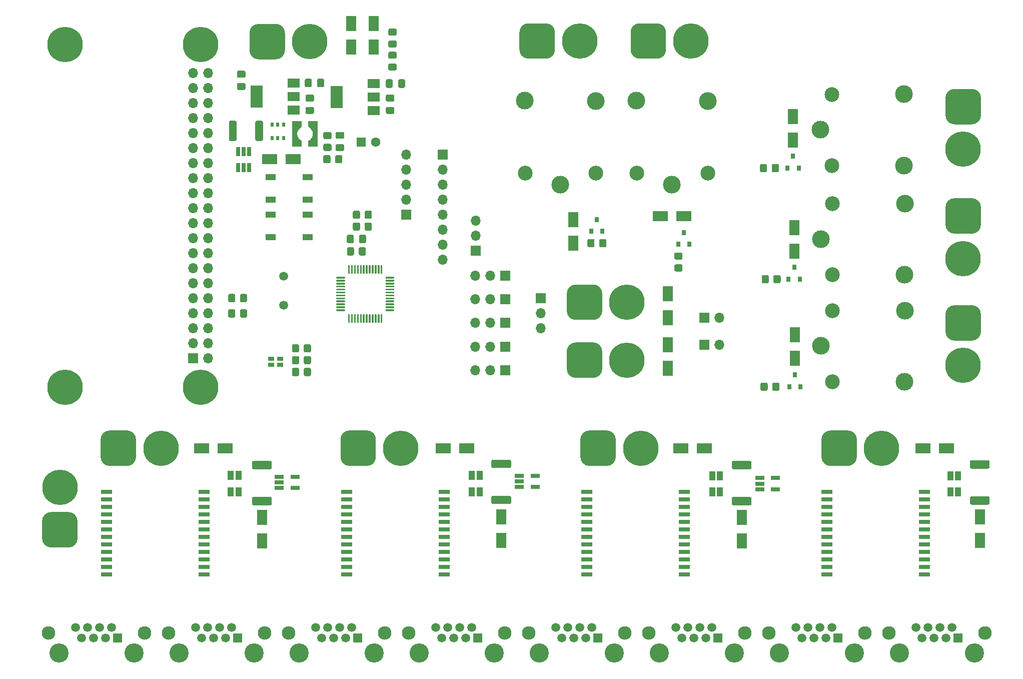
<source format=gbr>
%TF.GenerationSoftware,KiCad,Pcbnew,5.1.10*%
%TF.CreationDate,2021-11-10T11:01:34+01:00*%
%TF.ProjectId,Controller,436f6e74-726f-46c6-9c65-722e6b696361,rev?*%
%TF.SameCoordinates,Original*%
%TF.FileFunction,Soldermask,Top*%
%TF.FilePolarity,Negative*%
%FSLAX46Y46*%
G04 Gerber Fmt 4.6, Leading zero omitted, Abs format (unit mm)*
G04 Created by KiCad (PCBNEW 5.1.10) date 2021-11-10 11:01:34*
%MOMM*%
%LPD*%
G01*
G04 APERTURE LIST*
%ADD10O,1.700000X1.700000*%
%ADD11R,1.700000X1.700000*%
%ADD12C,6.000000*%
%ADD13R,1.560000X0.650000*%
%ADD14R,1.800000X2.500000*%
%ADD15R,2.500000X1.800000*%
%ADD16C,1.500000*%
%ADD17R,1.900000X0.760000*%
%ADD18R,2.000000X1.500000*%
%ADD19R,2.000000X3.800000*%
%ADD20R,0.650000X1.560000*%
%ADD21R,1.000000X0.800000*%
%ADD22R,1.700000X1.000000*%
%ADD23R,0.800000X0.900000*%
%ADD24R,0.510000X0.700000*%
%ADD25C,0.100000*%
%ADD26C,3.000000*%
%ADD27C,2.500000*%
%ADD28R,1.000000X1.500000*%
%ADD29C,2.300000*%
%ADD30C,3.250000*%
%ADD31R,1.500000X1.500000*%
%ADD32C,1.600000*%
%ADD33R,1.600000X1.600000*%
G04 APERTURE END LIST*
%TO.C,R23*%
G36*
G01*
X100700000Y-91550001D02*
X100700000Y-90649999D01*
G75*
G02*
X100949999Y-90400000I249999J0D01*
G01*
X101650001Y-90400000D01*
G75*
G02*
X101900000Y-90649999I0J-249999D01*
G01*
X101900000Y-91550001D01*
G75*
G02*
X101650001Y-91800000I-249999J0D01*
G01*
X100949999Y-91800000D01*
G75*
G02*
X100700000Y-91550001I0J249999D01*
G01*
G37*
G36*
G01*
X98700000Y-91550001D02*
X98700000Y-90649999D01*
G75*
G02*
X98949999Y-90400000I249999J0D01*
G01*
X99650001Y-90400000D01*
G75*
G02*
X99900000Y-90649999I0J-249999D01*
G01*
X99900000Y-91550001D01*
G75*
G02*
X99650001Y-91800000I-249999J0D01*
G01*
X98949999Y-91800000D01*
G75*
G02*
X98700000Y-91550001I0J249999D01*
G01*
G37*
%TD*%
%TO.C,R22*%
G36*
G01*
X100700000Y-88950001D02*
X100700000Y-88049999D01*
G75*
G02*
X100949999Y-87800000I249999J0D01*
G01*
X101650001Y-87800000D01*
G75*
G02*
X101900000Y-88049999I0J-249999D01*
G01*
X101900000Y-88950001D01*
G75*
G02*
X101650001Y-89200000I-249999J0D01*
G01*
X100949999Y-89200000D01*
G75*
G02*
X100700000Y-88950001I0J249999D01*
G01*
G37*
G36*
G01*
X98700000Y-88950001D02*
X98700000Y-88049999D01*
G75*
G02*
X98949999Y-87800000I249999J0D01*
G01*
X99650001Y-87800000D01*
G75*
G02*
X99900000Y-88049999I0J-249999D01*
G01*
X99900000Y-88950001D01*
G75*
G02*
X99650001Y-89200000I-249999J0D01*
G01*
X98949999Y-89200000D01*
G75*
G02*
X98700000Y-88950001I0J249999D01*
G01*
G37*
%TD*%
D10*
%TO.C,J18*%
X151600000Y-93580000D03*
X151600000Y-91040000D03*
D11*
X151600000Y-88500000D03*
%TD*%
D12*
%TO.C,J10*%
X94070000Y-45570000D03*
X71070000Y-103570000D03*
X71070000Y-45570000D03*
X94070000Y-103570000D03*
D10*
X95340000Y-50440000D03*
X92800000Y-50440000D03*
X95340000Y-68220000D03*
X92800000Y-68220000D03*
X95340000Y-73300000D03*
X92800000Y-73300000D03*
X95340000Y-63140000D03*
X92800000Y-63140000D03*
X95340000Y-91080000D03*
X92800000Y-91080000D03*
X95340000Y-60600000D03*
X92800000Y-60600000D03*
X95340000Y-78380000D03*
X92800000Y-78380000D03*
X95340000Y-55520000D03*
X92800000Y-55520000D03*
X95340000Y-58060000D03*
X92800000Y-58060000D03*
X95340000Y-52980000D03*
X92800000Y-52980000D03*
X95340000Y-75840000D03*
X92800000Y-75840000D03*
X95340000Y-88540000D03*
X92800000Y-88540000D03*
X95340000Y-83460000D03*
X92800000Y-83460000D03*
X95340000Y-65680000D03*
X92800000Y-65680000D03*
X95340000Y-86000000D03*
X92800000Y-86000000D03*
X95340000Y-70760000D03*
X92800000Y-70760000D03*
D11*
X92800000Y-98700000D03*
D10*
X95340000Y-98700000D03*
X92800000Y-93620000D03*
X95340000Y-96160000D03*
X95340000Y-80920000D03*
X92800000Y-80920000D03*
X92800000Y-96160000D03*
X95340000Y-93620000D03*
%TD*%
D13*
%TO.C,U8*%
X191350000Y-118950000D03*
X191350000Y-120850000D03*
X188650000Y-120850000D03*
X188650000Y-119900000D03*
X188650000Y-118950000D03*
%TD*%
%TO.C,U7*%
X150650000Y-118550000D03*
X150650000Y-120450000D03*
X147950000Y-120450000D03*
X147950000Y-119500000D03*
X147950000Y-118550000D03*
%TD*%
%TO.C,U6*%
X110050000Y-118750000D03*
X110050000Y-120650000D03*
X107350000Y-120650000D03*
X107350000Y-119700000D03*
X107350000Y-118750000D03*
%TD*%
D14*
%TO.C,D18*%
X157100000Y-75200000D03*
X157100000Y-79200000D03*
%TD*%
%TO.C,D17*%
X194300000Y-61800000D03*
X194300000Y-57800000D03*
%TD*%
%TO.C,D16*%
X194500000Y-80600000D03*
X194500000Y-76600000D03*
%TD*%
%TO.C,D15*%
X194600000Y-98700000D03*
X194600000Y-94700000D03*
%TD*%
D15*
%TO.C,D14*%
X175800000Y-74600000D03*
X171800000Y-74600000D03*
%TD*%
D16*
%TO.C,Y1*%
X108100000Y-89680000D03*
X108100000Y-84800000D03*
%TD*%
D17*
%TO.C,U13*%
X216535000Y-121285000D03*
X216535000Y-122555000D03*
X216535000Y-123825000D03*
X216535000Y-125095000D03*
X216535000Y-126365000D03*
X216535000Y-127635000D03*
X216535000Y-128905000D03*
X216535000Y-130175000D03*
X216535000Y-131445000D03*
X216535000Y-132715000D03*
X216535000Y-133985000D03*
X216535000Y-135255000D03*
X200025000Y-135255000D03*
X200025000Y-133985000D03*
X200025000Y-132715000D03*
X200025000Y-131445000D03*
X200025000Y-130175000D03*
X200025000Y-128905000D03*
X200025000Y-127635000D03*
X200025000Y-126365000D03*
X200025000Y-125095000D03*
X200025000Y-123825000D03*
X200025000Y-122555000D03*
X200025000Y-121285000D03*
%TD*%
%TO.C,U12*%
X175895000Y-121285000D03*
X175895000Y-122555000D03*
X175895000Y-123825000D03*
X175895000Y-125095000D03*
X175895000Y-126365000D03*
X175895000Y-127635000D03*
X175895000Y-128905000D03*
X175895000Y-130175000D03*
X175895000Y-131445000D03*
X175895000Y-132715000D03*
X175895000Y-133985000D03*
X175895000Y-135255000D03*
X159385000Y-135255000D03*
X159385000Y-133985000D03*
X159385000Y-132715000D03*
X159385000Y-131445000D03*
X159385000Y-130175000D03*
X159385000Y-128905000D03*
X159385000Y-127635000D03*
X159385000Y-126365000D03*
X159385000Y-125095000D03*
X159385000Y-123825000D03*
X159385000Y-122555000D03*
X159385000Y-121285000D03*
%TD*%
%TO.C,U11*%
X135255000Y-121285000D03*
X135255000Y-122555000D03*
X135255000Y-123825000D03*
X135255000Y-125095000D03*
X135255000Y-126365000D03*
X135255000Y-127635000D03*
X135255000Y-128905000D03*
X135255000Y-130175000D03*
X135255000Y-131445000D03*
X135255000Y-132715000D03*
X135255000Y-133985000D03*
X135255000Y-135255000D03*
X118745000Y-135255000D03*
X118745000Y-133985000D03*
X118745000Y-132715000D03*
X118745000Y-131445000D03*
X118745000Y-130175000D03*
X118745000Y-128905000D03*
X118745000Y-127635000D03*
X118745000Y-126365000D03*
X118745000Y-125095000D03*
X118745000Y-123825000D03*
X118745000Y-122555000D03*
X118745000Y-121285000D03*
%TD*%
%TO.C,U10*%
X94615000Y-121285000D03*
X94615000Y-122555000D03*
X94615000Y-123825000D03*
X94615000Y-125095000D03*
X94615000Y-126365000D03*
X94615000Y-127635000D03*
X94615000Y-128905000D03*
X94615000Y-130175000D03*
X94615000Y-131445000D03*
X94615000Y-132715000D03*
X94615000Y-133985000D03*
X94615000Y-135255000D03*
X78105000Y-135255000D03*
X78105000Y-133985000D03*
X78105000Y-132715000D03*
X78105000Y-131445000D03*
X78105000Y-130175000D03*
X78105000Y-128905000D03*
X78105000Y-127635000D03*
X78105000Y-126365000D03*
X78105000Y-125095000D03*
X78105000Y-123825000D03*
X78105000Y-122555000D03*
X78105000Y-121285000D03*
%TD*%
D18*
%TO.C,U5*%
X109800000Y-56700000D03*
X109800000Y-52100000D03*
X109800000Y-54400000D03*
D19*
X103500000Y-54400000D03*
%TD*%
D18*
%TO.C,U4*%
X123350000Y-56800000D03*
X123350000Y-52200000D03*
X123350000Y-54500000D03*
D19*
X117050000Y-54500000D03*
%TD*%
D20*
%TO.C,U3*%
X101300000Y-63750000D03*
X100350000Y-63750000D03*
X102250000Y-63750000D03*
X102250000Y-66450000D03*
X101300000Y-66450000D03*
X100350000Y-66450000D03*
%TD*%
%TO.C,U2*%
G36*
G01*
X119000000Y-84300000D02*
X119000000Y-82975000D01*
G75*
G02*
X119075000Y-82900000I75000J0D01*
G01*
X119225000Y-82900000D01*
G75*
G02*
X119300000Y-82975000I0J-75000D01*
G01*
X119300000Y-84300000D01*
G75*
G02*
X119225000Y-84375000I-75000J0D01*
G01*
X119075000Y-84375000D01*
G75*
G02*
X119000000Y-84300000I0J75000D01*
G01*
G37*
G36*
G01*
X119500000Y-84300000D02*
X119500000Y-82975000D01*
G75*
G02*
X119575000Y-82900000I75000J0D01*
G01*
X119725000Y-82900000D01*
G75*
G02*
X119800000Y-82975000I0J-75000D01*
G01*
X119800000Y-84300000D01*
G75*
G02*
X119725000Y-84375000I-75000J0D01*
G01*
X119575000Y-84375000D01*
G75*
G02*
X119500000Y-84300000I0J75000D01*
G01*
G37*
G36*
G01*
X120000000Y-84300000D02*
X120000000Y-82975000D01*
G75*
G02*
X120075000Y-82900000I75000J0D01*
G01*
X120225000Y-82900000D01*
G75*
G02*
X120300000Y-82975000I0J-75000D01*
G01*
X120300000Y-84300000D01*
G75*
G02*
X120225000Y-84375000I-75000J0D01*
G01*
X120075000Y-84375000D01*
G75*
G02*
X120000000Y-84300000I0J75000D01*
G01*
G37*
G36*
G01*
X120500000Y-84300000D02*
X120500000Y-82975000D01*
G75*
G02*
X120575000Y-82900000I75000J0D01*
G01*
X120725000Y-82900000D01*
G75*
G02*
X120800000Y-82975000I0J-75000D01*
G01*
X120800000Y-84300000D01*
G75*
G02*
X120725000Y-84375000I-75000J0D01*
G01*
X120575000Y-84375000D01*
G75*
G02*
X120500000Y-84300000I0J75000D01*
G01*
G37*
G36*
G01*
X121000000Y-84300000D02*
X121000000Y-82975000D01*
G75*
G02*
X121075000Y-82900000I75000J0D01*
G01*
X121225000Y-82900000D01*
G75*
G02*
X121300000Y-82975000I0J-75000D01*
G01*
X121300000Y-84300000D01*
G75*
G02*
X121225000Y-84375000I-75000J0D01*
G01*
X121075000Y-84375000D01*
G75*
G02*
X121000000Y-84300000I0J75000D01*
G01*
G37*
G36*
G01*
X121500000Y-84300000D02*
X121500000Y-82975000D01*
G75*
G02*
X121575000Y-82900000I75000J0D01*
G01*
X121725000Y-82900000D01*
G75*
G02*
X121800000Y-82975000I0J-75000D01*
G01*
X121800000Y-84300000D01*
G75*
G02*
X121725000Y-84375000I-75000J0D01*
G01*
X121575000Y-84375000D01*
G75*
G02*
X121500000Y-84300000I0J75000D01*
G01*
G37*
G36*
G01*
X122000000Y-84300000D02*
X122000000Y-82975000D01*
G75*
G02*
X122075000Y-82900000I75000J0D01*
G01*
X122225000Y-82900000D01*
G75*
G02*
X122300000Y-82975000I0J-75000D01*
G01*
X122300000Y-84300000D01*
G75*
G02*
X122225000Y-84375000I-75000J0D01*
G01*
X122075000Y-84375000D01*
G75*
G02*
X122000000Y-84300000I0J75000D01*
G01*
G37*
G36*
G01*
X122500000Y-84300000D02*
X122500000Y-82975000D01*
G75*
G02*
X122575000Y-82900000I75000J0D01*
G01*
X122725000Y-82900000D01*
G75*
G02*
X122800000Y-82975000I0J-75000D01*
G01*
X122800000Y-84300000D01*
G75*
G02*
X122725000Y-84375000I-75000J0D01*
G01*
X122575000Y-84375000D01*
G75*
G02*
X122500000Y-84300000I0J75000D01*
G01*
G37*
G36*
G01*
X123000000Y-84300000D02*
X123000000Y-82975000D01*
G75*
G02*
X123075000Y-82900000I75000J0D01*
G01*
X123225000Y-82900000D01*
G75*
G02*
X123300000Y-82975000I0J-75000D01*
G01*
X123300000Y-84300000D01*
G75*
G02*
X123225000Y-84375000I-75000J0D01*
G01*
X123075000Y-84375000D01*
G75*
G02*
X123000000Y-84300000I0J75000D01*
G01*
G37*
G36*
G01*
X123500000Y-84300000D02*
X123500000Y-82975000D01*
G75*
G02*
X123575000Y-82900000I75000J0D01*
G01*
X123725000Y-82900000D01*
G75*
G02*
X123800000Y-82975000I0J-75000D01*
G01*
X123800000Y-84300000D01*
G75*
G02*
X123725000Y-84375000I-75000J0D01*
G01*
X123575000Y-84375000D01*
G75*
G02*
X123500000Y-84300000I0J75000D01*
G01*
G37*
G36*
G01*
X124000000Y-84300000D02*
X124000000Y-82975000D01*
G75*
G02*
X124075000Y-82900000I75000J0D01*
G01*
X124225000Y-82900000D01*
G75*
G02*
X124300000Y-82975000I0J-75000D01*
G01*
X124300000Y-84300000D01*
G75*
G02*
X124225000Y-84375000I-75000J0D01*
G01*
X124075000Y-84375000D01*
G75*
G02*
X124000000Y-84300000I0J75000D01*
G01*
G37*
G36*
G01*
X124500000Y-84300000D02*
X124500000Y-82975000D01*
G75*
G02*
X124575000Y-82900000I75000J0D01*
G01*
X124725000Y-82900000D01*
G75*
G02*
X124800000Y-82975000I0J-75000D01*
G01*
X124800000Y-84300000D01*
G75*
G02*
X124725000Y-84375000I-75000J0D01*
G01*
X124575000Y-84375000D01*
G75*
G02*
X124500000Y-84300000I0J75000D01*
G01*
G37*
G36*
G01*
X125325000Y-85125000D02*
X125325000Y-84975000D01*
G75*
G02*
X125400000Y-84900000I75000J0D01*
G01*
X126725000Y-84900000D01*
G75*
G02*
X126800000Y-84975000I0J-75000D01*
G01*
X126800000Y-85125000D01*
G75*
G02*
X126725000Y-85200000I-75000J0D01*
G01*
X125400000Y-85200000D01*
G75*
G02*
X125325000Y-85125000I0J75000D01*
G01*
G37*
G36*
G01*
X125325000Y-85625000D02*
X125325000Y-85475000D01*
G75*
G02*
X125400000Y-85400000I75000J0D01*
G01*
X126725000Y-85400000D01*
G75*
G02*
X126800000Y-85475000I0J-75000D01*
G01*
X126800000Y-85625000D01*
G75*
G02*
X126725000Y-85700000I-75000J0D01*
G01*
X125400000Y-85700000D01*
G75*
G02*
X125325000Y-85625000I0J75000D01*
G01*
G37*
G36*
G01*
X125325000Y-86125000D02*
X125325000Y-85975000D01*
G75*
G02*
X125400000Y-85900000I75000J0D01*
G01*
X126725000Y-85900000D01*
G75*
G02*
X126800000Y-85975000I0J-75000D01*
G01*
X126800000Y-86125000D01*
G75*
G02*
X126725000Y-86200000I-75000J0D01*
G01*
X125400000Y-86200000D01*
G75*
G02*
X125325000Y-86125000I0J75000D01*
G01*
G37*
G36*
G01*
X125325000Y-86625000D02*
X125325000Y-86475000D01*
G75*
G02*
X125400000Y-86400000I75000J0D01*
G01*
X126725000Y-86400000D01*
G75*
G02*
X126800000Y-86475000I0J-75000D01*
G01*
X126800000Y-86625000D01*
G75*
G02*
X126725000Y-86700000I-75000J0D01*
G01*
X125400000Y-86700000D01*
G75*
G02*
X125325000Y-86625000I0J75000D01*
G01*
G37*
G36*
G01*
X125325000Y-87125000D02*
X125325000Y-86975000D01*
G75*
G02*
X125400000Y-86900000I75000J0D01*
G01*
X126725000Y-86900000D01*
G75*
G02*
X126800000Y-86975000I0J-75000D01*
G01*
X126800000Y-87125000D01*
G75*
G02*
X126725000Y-87200000I-75000J0D01*
G01*
X125400000Y-87200000D01*
G75*
G02*
X125325000Y-87125000I0J75000D01*
G01*
G37*
G36*
G01*
X125325000Y-87625000D02*
X125325000Y-87475000D01*
G75*
G02*
X125400000Y-87400000I75000J0D01*
G01*
X126725000Y-87400000D01*
G75*
G02*
X126800000Y-87475000I0J-75000D01*
G01*
X126800000Y-87625000D01*
G75*
G02*
X126725000Y-87700000I-75000J0D01*
G01*
X125400000Y-87700000D01*
G75*
G02*
X125325000Y-87625000I0J75000D01*
G01*
G37*
G36*
G01*
X125325000Y-88125000D02*
X125325000Y-87975000D01*
G75*
G02*
X125400000Y-87900000I75000J0D01*
G01*
X126725000Y-87900000D01*
G75*
G02*
X126800000Y-87975000I0J-75000D01*
G01*
X126800000Y-88125000D01*
G75*
G02*
X126725000Y-88200000I-75000J0D01*
G01*
X125400000Y-88200000D01*
G75*
G02*
X125325000Y-88125000I0J75000D01*
G01*
G37*
G36*
G01*
X125325000Y-88625000D02*
X125325000Y-88475000D01*
G75*
G02*
X125400000Y-88400000I75000J0D01*
G01*
X126725000Y-88400000D01*
G75*
G02*
X126800000Y-88475000I0J-75000D01*
G01*
X126800000Y-88625000D01*
G75*
G02*
X126725000Y-88700000I-75000J0D01*
G01*
X125400000Y-88700000D01*
G75*
G02*
X125325000Y-88625000I0J75000D01*
G01*
G37*
G36*
G01*
X125325000Y-89125000D02*
X125325000Y-88975000D01*
G75*
G02*
X125400000Y-88900000I75000J0D01*
G01*
X126725000Y-88900000D01*
G75*
G02*
X126800000Y-88975000I0J-75000D01*
G01*
X126800000Y-89125000D01*
G75*
G02*
X126725000Y-89200000I-75000J0D01*
G01*
X125400000Y-89200000D01*
G75*
G02*
X125325000Y-89125000I0J75000D01*
G01*
G37*
G36*
G01*
X125325000Y-89625000D02*
X125325000Y-89475000D01*
G75*
G02*
X125400000Y-89400000I75000J0D01*
G01*
X126725000Y-89400000D01*
G75*
G02*
X126800000Y-89475000I0J-75000D01*
G01*
X126800000Y-89625000D01*
G75*
G02*
X126725000Y-89700000I-75000J0D01*
G01*
X125400000Y-89700000D01*
G75*
G02*
X125325000Y-89625000I0J75000D01*
G01*
G37*
G36*
G01*
X125325000Y-90125000D02*
X125325000Y-89975000D01*
G75*
G02*
X125400000Y-89900000I75000J0D01*
G01*
X126725000Y-89900000D01*
G75*
G02*
X126800000Y-89975000I0J-75000D01*
G01*
X126800000Y-90125000D01*
G75*
G02*
X126725000Y-90200000I-75000J0D01*
G01*
X125400000Y-90200000D01*
G75*
G02*
X125325000Y-90125000I0J75000D01*
G01*
G37*
G36*
G01*
X125325000Y-90625000D02*
X125325000Y-90475000D01*
G75*
G02*
X125400000Y-90400000I75000J0D01*
G01*
X126725000Y-90400000D01*
G75*
G02*
X126800000Y-90475000I0J-75000D01*
G01*
X126800000Y-90625000D01*
G75*
G02*
X126725000Y-90700000I-75000J0D01*
G01*
X125400000Y-90700000D01*
G75*
G02*
X125325000Y-90625000I0J75000D01*
G01*
G37*
G36*
G01*
X124500000Y-92625000D02*
X124500000Y-91300000D01*
G75*
G02*
X124575000Y-91225000I75000J0D01*
G01*
X124725000Y-91225000D01*
G75*
G02*
X124800000Y-91300000I0J-75000D01*
G01*
X124800000Y-92625000D01*
G75*
G02*
X124725000Y-92700000I-75000J0D01*
G01*
X124575000Y-92700000D01*
G75*
G02*
X124500000Y-92625000I0J75000D01*
G01*
G37*
G36*
G01*
X124000000Y-92625000D02*
X124000000Y-91300000D01*
G75*
G02*
X124075000Y-91225000I75000J0D01*
G01*
X124225000Y-91225000D01*
G75*
G02*
X124300000Y-91300000I0J-75000D01*
G01*
X124300000Y-92625000D01*
G75*
G02*
X124225000Y-92700000I-75000J0D01*
G01*
X124075000Y-92700000D01*
G75*
G02*
X124000000Y-92625000I0J75000D01*
G01*
G37*
G36*
G01*
X123500000Y-92625000D02*
X123500000Y-91300000D01*
G75*
G02*
X123575000Y-91225000I75000J0D01*
G01*
X123725000Y-91225000D01*
G75*
G02*
X123800000Y-91300000I0J-75000D01*
G01*
X123800000Y-92625000D01*
G75*
G02*
X123725000Y-92700000I-75000J0D01*
G01*
X123575000Y-92700000D01*
G75*
G02*
X123500000Y-92625000I0J75000D01*
G01*
G37*
G36*
G01*
X123000000Y-92625000D02*
X123000000Y-91300000D01*
G75*
G02*
X123075000Y-91225000I75000J0D01*
G01*
X123225000Y-91225000D01*
G75*
G02*
X123300000Y-91300000I0J-75000D01*
G01*
X123300000Y-92625000D01*
G75*
G02*
X123225000Y-92700000I-75000J0D01*
G01*
X123075000Y-92700000D01*
G75*
G02*
X123000000Y-92625000I0J75000D01*
G01*
G37*
G36*
G01*
X122500000Y-92625000D02*
X122500000Y-91300000D01*
G75*
G02*
X122575000Y-91225000I75000J0D01*
G01*
X122725000Y-91225000D01*
G75*
G02*
X122800000Y-91300000I0J-75000D01*
G01*
X122800000Y-92625000D01*
G75*
G02*
X122725000Y-92700000I-75000J0D01*
G01*
X122575000Y-92700000D01*
G75*
G02*
X122500000Y-92625000I0J75000D01*
G01*
G37*
G36*
G01*
X122000000Y-92625000D02*
X122000000Y-91300000D01*
G75*
G02*
X122075000Y-91225000I75000J0D01*
G01*
X122225000Y-91225000D01*
G75*
G02*
X122300000Y-91300000I0J-75000D01*
G01*
X122300000Y-92625000D01*
G75*
G02*
X122225000Y-92700000I-75000J0D01*
G01*
X122075000Y-92700000D01*
G75*
G02*
X122000000Y-92625000I0J75000D01*
G01*
G37*
G36*
G01*
X121500000Y-92625000D02*
X121500000Y-91300000D01*
G75*
G02*
X121575000Y-91225000I75000J0D01*
G01*
X121725000Y-91225000D01*
G75*
G02*
X121800000Y-91300000I0J-75000D01*
G01*
X121800000Y-92625000D01*
G75*
G02*
X121725000Y-92700000I-75000J0D01*
G01*
X121575000Y-92700000D01*
G75*
G02*
X121500000Y-92625000I0J75000D01*
G01*
G37*
G36*
G01*
X121000000Y-92625000D02*
X121000000Y-91300000D01*
G75*
G02*
X121075000Y-91225000I75000J0D01*
G01*
X121225000Y-91225000D01*
G75*
G02*
X121300000Y-91300000I0J-75000D01*
G01*
X121300000Y-92625000D01*
G75*
G02*
X121225000Y-92700000I-75000J0D01*
G01*
X121075000Y-92700000D01*
G75*
G02*
X121000000Y-92625000I0J75000D01*
G01*
G37*
G36*
G01*
X120500000Y-92625000D02*
X120500000Y-91300000D01*
G75*
G02*
X120575000Y-91225000I75000J0D01*
G01*
X120725000Y-91225000D01*
G75*
G02*
X120800000Y-91300000I0J-75000D01*
G01*
X120800000Y-92625000D01*
G75*
G02*
X120725000Y-92700000I-75000J0D01*
G01*
X120575000Y-92700000D01*
G75*
G02*
X120500000Y-92625000I0J75000D01*
G01*
G37*
G36*
G01*
X120000000Y-92625000D02*
X120000000Y-91300000D01*
G75*
G02*
X120075000Y-91225000I75000J0D01*
G01*
X120225000Y-91225000D01*
G75*
G02*
X120300000Y-91300000I0J-75000D01*
G01*
X120300000Y-92625000D01*
G75*
G02*
X120225000Y-92700000I-75000J0D01*
G01*
X120075000Y-92700000D01*
G75*
G02*
X120000000Y-92625000I0J75000D01*
G01*
G37*
G36*
G01*
X119500000Y-92625000D02*
X119500000Y-91300000D01*
G75*
G02*
X119575000Y-91225000I75000J0D01*
G01*
X119725000Y-91225000D01*
G75*
G02*
X119800000Y-91300000I0J-75000D01*
G01*
X119800000Y-92625000D01*
G75*
G02*
X119725000Y-92700000I-75000J0D01*
G01*
X119575000Y-92700000D01*
G75*
G02*
X119500000Y-92625000I0J75000D01*
G01*
G37*
G36*
G01*
X119000000Y-92625000D02*
X119000000Y-91300000D01*
G75*
G02*
X119075000Y-91225000I75000J0D01*
G01*
X119225000Y-91225000D01*
G75*
G02*
X119300000Y-91300000I0J-75000D01*
G01*
X119300000Y-92625000D01*
G75*
G02*
X119225000Y-92700000I-75000J0D01*
G01*
X119075000Y-92700000D01*
G75*
G02*
X119000000Y-92625000I0J75000D01*
G01*
G37*
G36*
G01*
X117000000Y-90625000D02*
X117000000Y-90475000D01*
G75*
G02*
X117075000Y-90400000I75000J0D01*
G01*
X118400000Y-90400000D01*
G75*
G02*
X118475000Y-90475000I0J-75000D01*
G01*
X118475000Y-90625000D01*
G75*
G02*
X118400000Y-90700000I-75000J0D01*
G01*
X117075000Y-90700000D01*
G75*
G02*
X117000000Y-90625000I0J75000D01*
G01*
G37*
G36*
G01*
X117000000Y-90125000D02*
X117000000Y-89975000D01*
G75*
G02*
X117075000Y-89900000I75000J0D01*
G01*
X118400000Y-89900000D01*
G75*
G02*
X118475000Y-89975000I0J-75000D01*
G01*
X118475000Y-90125000D01*
G75*
G02*
X118400000Y-90200000I-75000J0D01*
G01*
X117075000Y-90200000D01*
G75*
G02*
X117000000Y-90125000I0J75000D01*
G01*
G37*
G36*
G01*
X117000000Y-89625000D02*
X117000000Y-89475000D01*
G75*
G02*
X117075000Y-89400000I75000J0D01*
G01*
X118400000Y-89400000D01*
G75*
G02*
X118475000Y-89475000I0J-75000D01*
G01*
X118475000Y-89625000D01*
G75*
G02*
X118400000Y-89700000I-75000J0D01*
G01*
X117075000Y-89700000D01*
G75*
G02*
X117000000Y-89625000I0J75000D01*
G01*
G37*
G36*
G01*
X117000000Y-89125000D02*
X117000000Y-88975000D01*
G75*
G02*
X117075000Y-88900000I75000J0D01*
G01*
X118400000Y-88900000D01*
G75*
G02*
X118475000Y-88975000I0J-75000D01*
G01*
X118475000Y-89125000D01*
G75*
G02*
X118400000Y-89200000I-75000J0D01*
G01*
X117075000Y-89200000D01*
G75*
G02*
X117000000Y-89125000I0J75000D01*
G01*
G37*
G36*
G01*
X117000000Y-88625000D02*
X117000000Y-88475000D01*
G75*
G02*
X117075000Y-88400000I75000J0D01*
G01*
X118400000Y-88400000D01*
G75*
G02*
X118475000Y-88475000I0J-75000D01*
G01*
X118475000Y-88625000D01*
G75*
G02*
X118400000Y-88700000I-75000J0D01*
G01*
X117075000Y-88700000D01*
G75*
G02*
X117000000Y-88625000I0J75000D01*
G01*
G37*
G36*
G01*
X117000000Y-88125000D02*
X117000000Y-87975000D01*
G75*
G02*
X117075000Y-87900000I75000J0D01*
G01*
X118400000Y-87900000D01*
G75*
G02*
X118475000Y-87975000I0J-75000D01*
G01*
X118475000Y-88125000D01*
G75*
G02*
X118400000Y-88200000I-75000J0D01*
G01*
X117075000Y-88200000D01*
G75*
G02*
X117000000Y-88125000I0J75000D01*
G01*
G37*
G36*
G01*
X117000000Y-87625000D02*
X117000000Y-87475000D01*
G75*
G02*
X117075000Y-87400000I75000J0D01*
G01*
X118400000Y-87400000D01*
G75*
G02*
X118475000Y-87475000I0J-75000D01*
G01*
X118475000Y-87625000D01*
G75*
G02*
X118400000Y-87700000I-75000J0D01*
G01*
X117075000Y-87700000D01*
G75*
G02*
X117000000Y-87625000I0J75000D01*
G01*
G37*
G36*
G01*
X117000000Y-87125000D02*
X117000000Y-86975000D01*
G75*
G02*
X117075000Y-86900000I75000J0D01*
G01*
X118400000Y-86900000D01*
G75*
G02*
X118475000Y-86975000I0J-75000D01*
G01*
X118475000Y-87125000D01*
G75*
G02*
X118400000Y-87200000I-75000J0D01*
G01*
X117075000Y-87200000D01*
G75*
G02*
X117000000Y-87125000I0J75000D01*
G01*
G37*
G36*
G01*
X117000000Y-86625000D02*
X117000000Y-86475000D01*
G75*
G02*
X117075000Y-86400000I75000J0D01*
G01*
X118400000Y-86400000D01*
G75*
G02*
X118475000Y-86475000I0J-75000D01*
G01*
X118475000Y-86625000D01*
G75*
G02*
X118400000Y-86700000I-75000J0D01*
G01*
X117075000Y-86700000D01*
G75*
G02*
X117000000Y-86625000I0J75000D01*
G01*
G37*
G36*
G01*
X117000000Y-86125000D02*
X117000000Y-85975000D01*
G75*
G02*
X117075000Y-85900000I75000J0D01*
G01*
X118400000Y-85900000D01*
G75*
G02*
X118475000Y-85975000I0J-75000D01*
G01*
X118475000Y-86125000D01*
G75*
G02*
X118400000Y-86200000I-75000J0D01*
G01*
X117075000Y-86200000D01*
G75*
G02*
X117000000Y-86125000I0J75000D01*
G01*
G37*
G36*
G01*
X117000000Y-85625000D02*
X117000000Y-85475000D01*
G75*
G02*
X117075000Y-85400000I75000J0D01*
G01*
X118400000Y-85400000D01*
G75*
G02*
X118475000Y-85475000I0J-75000D01*
G01*
X118475000Y-85625000D01*
G75*
G02*
X118400000Y-85700000I-75000J0D01*
G01*
X117075000Y-85700000D01*
G75*
G02*
X117000000Y-85625000I0J75000D01*
G01*
G37*
G36*
G01*
X117000000Y-85125000D02*
X117000000Y-84975000D01*
G75*
G02*
X117075000Y-84900000I75000J0D01*
G01*
X118400000Y-84900000D01*
G75*
G02*
X118475000Y-84975000I0J-75000D01*
G01*
X118475000Y-85125000D01*
G75*
G02*
X118400000Y-85200000I-75000J0D01*
G01*
X117075000Y-85200000D01*
G75*
G02*
X117000000Y-85125000I0J75000D01*
G01*
G37*
%TD*%
D21*
%TO.C,U1*%
X107450000Y-98740000D03*
X105950000Y-98740000D03*
X107450000Y-99740000D03*
X105950000Y-99740000D03*
%TD*%
D22*
%TO.C,SW2*%
X112150000Y-71800000D03*
X105850000Y-71800000D03*
X112150000Y-68000000D03*
X105850000Y-68000000D03*
%TD*%
%TO.C,SW1*%
X112150000Y-78200000D03*
X105850000Y-78200000D03*
X112150000Y-74400000D03*
X105850000Y-74400000D03*
%TD*%
%TO.C,R21*%
G36*
G01*
X121800000Y-76850001D02*
X121800000Y-75949999D01*
G75*
G02*
X122049999Y-75700000I249999J0D01*
G01*
X122750001Y-75700000D01*
G75*
G02*
X123000000Y-75949999I0J-249999D01*
G01*
X123000000Y-76850001D01*
G75*
G02*
X122750001Y-77100000I-249999J0D01*
G01*
X122049999Y-77100000D01*
G75*
G02*
X121800000Y-76850001I0J249999D01*
G01*
G37*
G36*
G01*
X119800000Y-76850001D02*
X119800000Y-75949999D01*
G75*
G02*
X120049999Y-75700000I249999J0D01*
G01*
X120750001Y-75700000D01*
G75*
G02*
X121000000Y-75949999I0J-249999D01*
G01*
X121000000Y-76850001D01*
G75*
G02*
X120750001Y-77100000I-249999J0D01*
G01*
X120049999Y-77100000D01*
G75*
G02*
X119800000Y-76850001I0J249999D01*
G01*
G37*
%TD*%
%TO.C,R20*%
G36*
G01*
X121800000Y-74850001D02*
X121800000Y-73949999D01*
G75*
G02*
X122049999Y-73700000I249999J0D01*
G01*
X122750001Y-73700000D01*
G75*
G02*
X123000000Y-73949999I0J-249999D01*
G01*
X123000000Y-74850001D01*
G75*
G02*
X122750001Y-75100000I-249999J0D01*
G01*
X122049999Y-75100000D01*
G75*
G02*
X121800000Y-74850001I0J249999D01*
G01*
G37*
G36*
G01*
X119800000Y-74850001D02*
X119800000Y-73949999D01*
G75*
G02*
X120049999Y-73700000I249999J0D01*
G01*
X120750001Y-73700000D01*
G75*
G02*
X121000000Y-73949999I0J-249999D01*
G01*
X121000000Y-74850001D01*
G75*
G02*
X120750001Y-75100000I-249999J0D01*
G01*
X120049999Y-75100000D01*
G75*
G02*
X119800000Y-74850001I0J249999D01*
G01*
G37*
%TD*%
%TO.C,R19*%
G36*
G01*
X161500000Y-79650001D02*
X161500000Y-78749999D01*
G75*
G02*
X161749999Y-78500000I249999J0D01*
G01*
X162450001Y-78500000D01*
G75*
G02*
X162700000Y-78749999I0J-249999D01*
G01*
X162700000Y-79650001D01*
G75*
G02*
X162450001Y-79900000I-249999J0D01*
G01*
X161749999Y-79900000D01*
G75*
G02*
X161500000Y-79650001I0J249999D01*
G01*
G37*
G36*
G01*
X159500000Y-79650001D02*
X159500000Y-78749999D01*
G75*
G02*
X159749999Y-78500000I249999J0D01*
G01*
X160450001Y-78500000D01*
G75*
G02*
X160700000Y-78749999I0J-249999D01*
G01*
X160700000Y-79650001D01*
G75*
G02*
X160450001Y-79900000I-249999J0D01*
G01*
X159749999Y-79900000D01*
G75*
G02*
X159500000Y-79650001I0J249999D01*
G01*
G37*
%TD*%
%TO.C,R18*%
G36*
G01*
X227325001Y-117350000D02*
X224474999Y-117350000D01*
G75*
G02*
X224225000Y-117100001I0J249999D01*
G01*
X224225000Y-116199999D01*
G75*
G02*
X224474999Y-115950000I249999J0D01*
G01*
X227325001Y-115950000D01*
G75*
G02*
X227575000Y-116199999I0J-249999D01*
G01*
X227575000Y-117100001D01*
G75*
G02*
X227325001Y-117350000I-249999J0D01*
G01*
G37*
G36*
G01*
X227325001Y-123450000D02*
X224474999Y-123450000D01*
G75*
G02*
X224225000Y-123200001I0J249999D01*
G01*
X224225000Y-122299999D01*
G75*
G02*
X224474999Y-122050000I249999J0D01*
G01*
X227325001Y-122050000D01*
G75*
G02*
X227575000Y-122299999I0J-249999D01*
G01*
X227575000Y-123200001D01*
G75*
G02*
X227325001Y-123450000I-249999J0D01*
G01*
G37*
%TD*%
%TO.C,R17*%
G36*
G01*
X187025001Y-117450000D02*
X184174999Y-117450000D01*
G75*
G02*
X183925000Y-117200001I0J249999D01*
G01*
X183925000Y-116299999D01*
G75*
G02*
X184174999Y-116050000I249999J0D01*
G01*
X187025001Y-116050000D01*
G75*
G02*
X187275000Y-116299999I0J-249999D01*
G01*
X187275000Y-117200001D01*
G75*
G02*
X187025001Y-117450000I-249999J0D01*
G01*
G37*
G36*
G01*
X187025001Y-123550000D02*
X184174999Y-123550000D01*
G75*
G02*
X183925000Y-123300001I0J249999D01*
G01*
X183925000Y-122399999D01*
G75*
G02*
X184174999Y-122150000I249999J0D01*
G01*
X187025001Y-122150000D01*
G75*
G02*
X187275000Y-122399999I0J-249999D01*
G01*
X187275000Y-123300001D01*
G75*
G02*
X187025001Y-123550000I-249999J0D01*
G01*
G37*
%TD*%
%TO.C,R16*%
G36*
G01*
X146325001Y-117250000D02*
X143474999Y-117250000D01*
G75*
G02*
X143225000Y-117000001I0J249999D01*
G01*
X143225000Y-116099999D01*
G75*
G02*
X143474999Y-115850000I249999J0D01*
G01*
X146325001Y-115850000D01*
G75*
G02*
X146575000Y-116099999I0J-249999D01*
G01*
X146575000Y-117000001D01*
G75*
G02*
X146325001Y-117250000I-249999J0D01*
G01*
G37*
G36*
G01*
X146325001Y-123350000D02*
X143474999Y-123350000D01*
G75*
G02*
X143225000Y-123100001I0J249999D01*
G01*
X143225000Y-122199999D01*
G75*
G02*
X143474999Y-121950000I249999J0D01*
G01*
X146325001Y-121950000D01*
G75*
G02*
X146575000Y-122199999I0J-249999D01*
G01*
X146575000Y-123100001D01*
G75*
G02*
X146325001Y-123350000I-249999J0D01*
G01*
G37*
%TD*%
%TO.C,R15*%
G36*
G01*
X105825001Y-117450000D02*
X102974999Y-117450000D01*
G75*
G02*
X102725000Y-117200001I0J249999D01*
G01*
X102725000Y-116299999D01*
G75*
G02*
X102974999Y-116050000I249999J0D01*
G01*
X105825001Y-116050000D01*
G75*
G02*
X106075000Y-116299999I0J-249999D01*
G01*
X106075000Y-117200001D01*
G75*
G02*
X105825001Y-117450000I-249999J0D01*
G01*
G37*
G36*
G01*
X105825001Y-123550000D02*
X102974999Y-123550000D01*
G75*
G02*
X102725000Y-123300001I0J249999D01*
G01*
X102725000Y-122399999D01*
G75*
G02*
X102974999Y-122150000I249999J0D01*
G01*
X105825001Y-122150000D01*
G75*
G02*
X106075000Y-122399999I0J-249999D01*
G01*
X106075000Y-123300001D01*
G75*
G02*
X105825001Y-123550000I-249999J0D01*
G01*
G37*
%TD*%
%TO.C,R14*%
G36*
G01*
X126950001Y-44100000D02*
X126049999Y-44100000D01*
G75*
G02*
X125800000Y-43850001I0J249999D01*
G01*
X125800000Y-43149999D01*
G75*
G02*
X126049999Y-42900000I249999J0D01*
G01*
X126950001Y-42900000D01*
G75*
G02*
X127200000Y-43149999I0J-249999D01*
G01*
X127200000Y-43850001D01*
G75*
G02*
X126950001Y-44100000I-249999J0D01*
G01*
G37*
G36*
G01*
X126950001Y-46100000D02*
X126049999Y-46100000D01*
G75*
G02*
X125800000Y-45850001I0J249999D01*
G01*
X125800000Y-45149999D01*
G75*
G02*
X126049999Y-44900000I249999J0D01*
G01*
X126950001Y-44900000D01*
G75*
G02*
X127200000Y-45149999I0J-249999D01*
G01*
X127200000Y-45850001D01*
G75*
G02*
X126950001Y-46100000I-249999J0D01*
G01*
G37*
%TD*%
%TO.C,R13*%
G36*
G01*
X126950001Y-48000000D02*
X126049999Y-48000000D01*
G75*
G02*
X125800000Y-47750001I0J249999D01*
G01*
X125800000Y-47049999D01*
G75*
G02*
X126049999Y-46800000I249999J0D01*
G01*
X126950001Y-46800000D01*
G75*
G02*
X127200000Y-47049999I0J-249999D01*
G01*
X127200000Y-47750001D01*
G75*
G02*
X126950001Y-48000000I-249999J0D01*
G01*
G37*
G36*
G01*
X126950001Y-50000000D02*
X126049999Y-50000000D01*
G75*
G02*
X125800000Y-49750001I0J249999D01*
G01*
X125800000Y-49049999D01*
G75*
G02*
X126049999Y-48800000I249999J0D01*
G01*
X126950001Y-48800000D01*
G75*
G02*
X127200000Y-49049999I0J-249999D01*
G01*
X127200000Y-49750001D01*
G75*
G02*
X126950001Y-50000000I-249999J0D01*
G01*
G37*
%TD*%
%TO.C,R12*%
G36*
G01*
X116800000Y-65450001D02*
X116800000Y-64549999D01*
G75*
G02*
X117049999Y-64300000I249999J0D01*
G01*
X117750001Y-64300000D01*
G75*
G02*
X118000000Y-64549999I0J-249999D01*
G01*
X118000000Y-65450001D01*
G75*
G02*
X117750001Y-65700000I-249999J0D01*
G01*
X117049999Y-65700000D01*
G75*
G02*
X116800000Y-65450001I0J249999D01*
G01*
G37*
G36*
G01*
X114800000Y-65450001D02*
X114800000Y-64549999D01*
G75*
G02*
X115049999Y-64300000I249999J0D01*
G01*
X115750001Y-64300000D01*
G75*
G02*
X116000000Y-64549999I0J-249999D01*
G01*
X116000000Y-65450001D01*
G75*
G02*
X115750001Y-65700000I-249999J0D01*
G01*
X115049999Y-65700000D01*
G75*
G02*
X114800000Y-65450001I0J249999D01*
G01*
G37*
%TD*%
%TO.C,R11*%
G36*
G01*
X115049999Y-62400000D02*
X115950001Y-62400000D01*
G75*
G02*
X116200000Y-62649999I0J-249999D01*
G01*
X116200000Y-63350001D01*
G75*
G02*
X115950001Y-63600000I-249999J0D01*
G01*
X115049999Y-63600000D01*
G75*
G02*
X114800000Y-63350001I0J249999D01*
G01*
X114800000Y-62649999D01*
G75*
G02*
X115049999Y-62400000I249999J0D01*
G01*
G37*
G36*
G01*
X115049999Y-60400000D02*
X115950001Y-60400000D01*
G75*
G02*
X116200000Y-60649999I0J-249999D01*
G01*
X116200000Y-61350001D01*
G75*
G02*
X115950001Y-61600000I-249999J0D01*
G01*
X115049999Y-61600000D01*
G75*
G02*
X114800000Y-61350001I0J249999D01*
G01*
X114800000Y-60649999D01*
G75*
G02*
X115049999Y-60400000I249999J0D01*
G01*
G37*
%TD*%
%TO.C,R10*%
G36*
G01*
X103275000Y-61650000D02*
X103275000Y-58750000D01*
G75*
G02*
X103525000Y-58500000I250000J0D01*
G01*
X104325000Y-58500000D01*
G75*
G02*
X104575000Y-58750000I0J-250000D01*
G01*
X104575000Y-61650000D01*
G75*
G02*
X104325000Y-61900000I-250000J0D01*
G01*
X103525000Y-61900000D01*
G75*
G02*
X103275000Y-61650000I0J250000D01*
G01*
G37*
G36*
G01*
X98825000Y-61650000D02*
X98825000Y-58750000D01*
G75*
G02*
X99075000Y-58500000I250000J0D01*
G01*
X99875000Y-58500000D01*
G75*
G02*
X100125000Y-58750000I0J-250000D01*
G01*
X100125000Y-61650000D01*
G75*
G02*
X99875000Y-61900000I-250000J0D01*
G01*
X99075000Y-61900000D01*
G75*
G02*
X98825000Y-61650000I0J250000D01*
G01*
G37*
%TD*%
%TO.C,R9*%
G36*
G01*
X189900000Y-66049999D02*
X189900000Y-66950001D01*
G75*
G02*
X189650001Y-67200000I-249999J0D01*
G01*
X188949999Y-67200000D01*
G75*
G02*
X188700000Y-66950001I0J249999D01*
G01*
X188700000Y-66049999D01*
G75*
G02*
X188949999Y-65800000I249999J0D01*
G01*
X189650001Y-65800000D01*
G75*
G02*
X189900000Y-66049999I0J-249999D01*
G01*
G37*
G36*
G01*
X191900000Y-66049999D02*
X191900000Y-66950001D01*
G75*
G02*
X191650001Y-67200000I-249999J0D01*
G01*
X190949999Y-67200000D01*
G75*
G02*
X190700000Y-66950001I0J249999D01*
G01*
X190700000Y-66049999D01*
G75*
G02*
X190949999Y-65800000I249999J0D01*
G01*
X191650001Y-65800000D01*
G75*
G02*
X191900000Y-66049999I0J-249999D01*
G01*
G37*
%TD*%
%TO.C,R8*%
G36*
G01*
X190200000Y-84849999D02*
X190200000Y-85750001D01*
G75*
G02*
X189950001Y-86000000I-249999J0D01*
G01*
X189249999Y-86000000D01*
G75*
G02*
X189000000Y-85750001I0J249999D01*
G01*
X189000000Y-84849999D01*
G75*
G02*
X189249999Y-84600000I249999J0D01*
G01*
X189950001Y-84600000D01*
G75*
G02*
X190200000Y-84849999I0J-249999D01*
G01*
G37*
G36*
G01*
X192200000Y-84849999D02*
X192200000Y-85750001D01*
G75*
G02*
X191950001Y-86000000I-249999J0D01*
G01*
X191249999Y-86000000D01*
G75*
G02*
X191000000Y-85750001I0J249999D01*
G01*
X191000000Y-84849999D01*
G75*
G02*
X191249999Y-84600000I249999J0D01*
G01*
X191950001Y-84600000D01*
G75*
G02*
X192200000Y-84849999I0J-249999D01*
G01*
G37*
%TD*%
%TO.C,R7*%
G36*
G01*
X190000000Y-103049999D02*
X190000000Y-103950001D01*
G75*
G02*
X189750001Y-104200000I-249999J0D01*
G01*
X189049999Y-104200000D01*
G75*
G02*
X188800000Y-103950001I0J249999D01*
G01*
X188800000Y-103049999D01*
G75*
G02*
X189049999Y-102800000I249999J0D01*
G01*
X189750001Y-102800000D01*
G75*
G02*
X190000000Y-103049999I0J-249999D01*
G01*
G37*
G36*
G01*
X192000000Y-103049999D02*
X192000000Y-103950001D01*
G75*
G02*
X191750001Y-104200000I-249999J0D01*
G01*
X191049999Y-104200000D01*
G75*
G02*
X190800000Y-103950001I0J249999D01*
G01*
X190800000Y-103049999D01*
G75*
G02*
X191049999Y-102800000I249999J0D01*
G01*
X191750001Y-102800000D01*
G75*
G02*
X192000000Y-103049999I0J-249999D01*
G01*
G37*
%TD*%
%TO.C,R6*%
G36*
G01*
X174449999Y-82800000D02*
X175350001Y-82800000D01*
G75*
G02*
X175600000Y-83049999I0J-249999D01*
G01*
X175600000Y-83750001D01*
G75*
G02*
X175350001Y-84000000I-249999J0D01*
G01*
X174449999Y-84000000D01*
G75*
G02*
X174200000Y-83750001I0J249999D01*
G01*
X174200000Y-83049999D01*
G75*
G02*
X174449999Y-82800000I249999J0D01*
G01*
G37*
G36*
G01*
X174449999Y-80800000D02*
X175350001Y-80800000D01*
G75*
G02*
X175600000Y-81049999I0J-249999D01*
G01*
X175600000Y-81750001D01*
G75*
G02*
X175350001Y-82000000I-249999J0D01*
G01*
X174449999Y-82000000D01*
G75*
G02*
X174200000Y-81750001I0J249999D01*
G01*
X174200000Y-81049999D01*
G75*
G02*
X174449999Y-80800000I249999J0D01*
G01*
G37*
%TD*%
%TO.C,R5*%
G36*
G01*
X120000000Y-80149999D02*
X120000000Y-81050001D01*
G75*
G02*
X119750001Y-81300000I-249999J0D01*
G01*
X119049999Y-81300000D01*
G75*
G02*
X118800000Y-81050001I0J249999D01*
G01*
X118800000Y-80149999D01*
G75*
G02*
X119049999Y-79900000I249999J0D01*
G01*
X119750001Y-79900000D01*
G75*
G02*
X120000000Y-80149999I0J-249999D01*
G01*
G37*
G36*
G01*
X122000000Y-80149999D02*
X122000000Y-81050001D01*
G75*
G02*
X121750001Y-81300000I-249999J0D01*
G01*
X121049999Y-81300000D01*
G75*
G02*
X120800000Y-81050001I0J249999D01*
G01*
X120800000Y-80149999D01*
G75*
G02*
X121049999Y-79900000I249999J0D01*
G01*
X121750001Y-79900000D01*
G75*
G02*
X122000000Y-80149999I0J-249999D01*
G01*
G37*
%TD*%
%TO.C,R4*%
G36*
G01*
X110700000Y-100549999D02*
X110700000Y-101450001D01*
G75*
G02*
X110450001Y-101700000I-249999J0D01*
G01*
X109749999Y-101700000D01*
G75*
G02*
X109500000Y-101450001I0J249999D01*
G01*
X109500000Y-100549999D01*
G75*
G02*
X109749999Y-100300000I249999J0D01*
G01*
X110450001Y-100300000D01*
G75*
G02*
X110700000Y-100549999I0J-249999D01*
G01*
G37*
G36*
G01*
X112700000Y-100549999D02*
X112700000Y-101450001D01*
G75*
G02*
X112450001Y-101700000I-249999J0D01*
G01*
X111749999Y-101700000D01*
G75*
G02*
X111500000Y-101450001I0J249999D01*
G01*
X111500000Y-100549999D01*
G75*
G02*
X111749999Y-100300000I249999J0D01*
G01*
X112450001Y-100300000D01*
G75*
G02*
X112700000Y-100549999I0J-249999D01*
G01*
G37*
%TD*%
%TO.C,R3*%
G36*
G01*
X110700000Y-98549999D02*
X110700000Y-99450001D01*
G75*
G02*
X110450001Y-99700000I-249999J0D01*
G01*
X109749999Y-99700000D01*
G75*
G02*
X109500000Y-99450001I0J249999D01*
G01*
X109500000Y-98549999D01*
G75*
G02*
X109749999Y-98300000I249999J0D01*
G01*
X110450001Y-98300000D01*
G75*
G02*
X110700000Y-98549999I0J-249999D01*
G01*
G37*
G36*
G01*
X112700000Y-98549999D02*
X112700000Y-99450001D01*
G75*
G02*
X112450001Y-99700000I-249999J0D01*
G01*
X111749999Y-99700000D01*
G75*
G02*
X111500000Y-99450001I0J249999D01*
G01*
X111500000Y-98549999D01*
G75*
G02*
X111749999Y-98300000I249999J0D01*
G01*
X112450001Y-98300000D01*
G75*
G02*
X112700000Y-98549999I0J-249999D01*
G01*
G37*
%TD*%
%TO.C,R1*%
G36*
G01*
X111500000Y-97450001D02*
X111500000Y-96549999D01*
G75*
G02*
X111749999Y-96300000I249999J0D01*
G01*
X112450001Y-96300000D01*
G75*
G02*
X112700000Y-96549999I0J-249999D01*
G01*
X112700000Y-97450001D01*
G75*
G02*
X112450001Y-97700000I-249999J0D01*
G01*
X111749999Y-97700000D01*
G75*
G02*
X111500000Y-97450001I0J249999D01*
G01*
G37*
G36*
G01*
X109500000Y-97450001D02*
X109500000Y-96549999D01*
G75*
G02*
X109749999Y-96300000I249999J0D01*
G01*
X110450001Y-96300000D01*
G75*
G02*
X110700000Y-96549999I0J-249999D01*
G01*
X110700000Y-97450001D01*
G75*
G02*
X110450001Y-97700000I-249999J0D01*
G01*
X109749999Y-97700000D01*
G75*
G02*
X109500000Y-97450001I0J249999D01*
G01*
G37*
%TD*%
D23*
%TO.C,Q6*%
X161100000Y-75200000D03*
X162050000Y-77200000D03*
X160150000Y-77200000D03*
%TD*%
D24*
%TO.C,Q5*%
X108050000Y-61460000D03*
X107100000Y-61460000D03*
X106150000Y-61460000D03*
X106150000Y-59140000D03*
X107100000Y-59140000D03*
X108050000Y-59140000D03*
%TD*%
D23*
%TO.C,Q4*%
X194300000Y-64500000D03*
X195250000Y-66500000D03*
X193350000Y-66500000D03*
%TD*%
%TO.C,Q3*%
X194500000Y-83300000D03*
X195450000Y-85300000D03*
X193550000Y-85300000D03*
%TD*%
%TO.C,Q2*%
X194600000Y-101500000D03*
X195550000Y-103500000D03*
X193650000Y-103500000D03*
%TD*%
%TO.C,Q1*%
X175800000Y-77400000D03*
X176750000Y-79400000D03*
X174850000Y-79400000D03*
%TD*%
D25*
%TO.C,L1*%
G36*
X112446105Y-61764578D02*
G01*
X112619561Y-61618917D01*
X112765101Y-61445359D01*
X112878307Y-61249174D01*
X112955743Y-61036318D01*
X112995058Y-60813252D01*
X112995058Y-60586748D01*
X112955743Y-60363682D01*
X112878307Y-60150826D01*
X112765101Y-59954641D01*
X112619561Y-59781083D01*
X112446105Y-59635422D01*
X112250000Y-59522078D01*
X112250000Y-58550000D01*
X113850000Y-58550000D01*
X113850000Y-62850000D01*
X112250000Y-62850000D01*
X112250000Y-61877922D01*
X112446105Y-61764578D01*
G37*
G36*
X111150000Y-58550000D02*
G01*
X111150000Y-59522078D01*
X110953895Y-59635422D01*
X110780439Y-59781083D01*
X110634899Y-59954641D01*
X110521693Y-60150826D01*
X110444257Y-60363682D01*
X110404942Y-60586748D01*
X110404942Y-60813252D01*
X110444257Y-61036318D01*
X110521693Y-61249174D01*
X110634899Y-61445359D01*
X110780439Y-61618917D01*
X110953895Y-61764578D01*
X111150000Y-61877922D01*
X111150000Y-62850000D01*
X109550000Y-62850000D01*
X109550000Y-58550000D01*
X111150000Y-58550000D01*
G37*
%TD*%
D26*
%TO.C,K5*%
X154900000Y-69300000D03*
D27*
X148950000Y-67350000D03*
D26*
X148900000Y-55100000D03*
X160950000Y-55150000D03*
D27*
X160950000Y-67350000D03*
%TD*%
D26*
%TO.C,K4*%
X198900000Y-60000000D03*
D27*
X200850000Y-54050000D03*
D26*
X213100000Y-54000000D03*
X213050000Y-66050000D03*
D27*
X200850000Y-66050000D03*
%TD*%
D26*
%TO.C,K3*%
X199000000Y-78500000D03*
D27*
X200950000Y-72550000D03*
D26*
X213200000Y-72500000D03*
X213150000Y-84550000D03*
D27*
X200950000Y-84550000D03*
%TD*%
D26*
%TO.C,K2*%
X199000000Y-96600000D03*
D27*
X200950000Y-90650000D03*
D26*
X213200000Y-90600000D03*
X213150000Y-102650000D03*
D27*
X200950000Y-102650000D03*
%TD*%
D26*
%TO.C,K1*%
X173800000Y-69300000D03*
D27*
X167850000Y-67350000D03*
D26*
X167800000Y-55100000D03*
X179850000Y-55150000D03*
D27*
X179850000Y-67350000D03*
%TD*%
D28*
%TO.C,JP8*%
X220950000Y-118600000D03*
X222250000Y-118600000D03*
%TD*%
%TO.C,JP7*%
X220950000Y-121300000D03*
X222250000Y-121300000D03*
%TD*%
%TO.C,JP6*%
X180650000Y-118600000D03*
X181950000Y-118600000D03*
%TD*%
%TO.C,JP5*%
X180650000Y-121300000D03*
X181950000Y-121300000D03*
%TD*%
%TO.C,JP4*%
X139950000Y-118500000D03*
X141250000Y-118500000D03*
%TD*%
%TO.C,JP3*%
X139950000Y-121300000D03*
X141250000Y-121300000D03*
%TD*%
%TO.C,JP2*%
X99150000Y-118500000D03*
X100450000Y-118500000D03*
%TD*%
%TO.C,JP1*%
X99150000Y-121300000D03*
X100450000Y-121300000D03*
%TD*%
%TO.C,J33*%
G36*
G01*
X148000000Y-46500000D02*
X148000000Y-43500000D01*
G75*
G02*
X149500000Y-42000000I1500000J0D01*
G01*
X152500000Y-42000000D01*
G75*
G02*
X154000000Y-43500000I0J-1500000D01*
G01*
X154000000Y-46500000D01*
G75*
G02*
X152500000Y-48000000I-1500000J0D01*
G01*
X149500000Y-48000000D01*
G75*
G02*
X148000000Y-46500000I0J1500000D01*
G01*
G37*
D12*
X158200000Y-45000000D03*
%TD*%
%TO.C,J32*%
G36*
G01*
X71700000Y-130700000D02*
X68700000Y-130700000D01*
G75*
G02*
X67200000Y-129200000I0J1500000D01*
G01*
X67200000Y-126200000D01*
G75*
G02*
X68700000Y-124700000I1500000J0D01*
G01*
X71700000Y-124700000D01*
G75*
G02*
X73200000Y-126200000I0J-1500000D01*
G01*
X73200000Y-129200000D01*
G75*
G02*
X71700000Y-130700000I-1500000J0D01*
G01*
G37*
X70200000Y-120500000D03*
%TD*%
%TO.C,J31*%
G36*
G01*
X199100000Y-115400000D02*
X199100000Y-112400000D01*
G75*
G02*
X200600000Y-110900000I1500000J0D01*
G01*
X203600000Y-110900000D01*
G75*
G02*
X205100000Y-112400000I0J-1500000D01*
G01*
X205100000Y-115400000D01*
G75*
G02*
X203600000Y-116900000I-1500000J0D01*
G01*
X200600000Y-116900000D01*
G75*
G02*
X199100000Y-115400000I0J1500000D01*
G01*
G37*
X209300000Y-113900000D03*
%TD*%
%TO.C,J30*%
G36*
G01*
X158300000Y-115400000D02*
X158300000Y-112400000D01*
G75*
G02*
X159800000Y-110900000I1500000J0D01*
G01*
X162800000Y-110900000D01*
G75*
G02*
X164300000Y-112400000I0J-1500000D01*
G01*
X164300000Y-115400000D01*
G75*
G02*
X162800000Y-116900000I-1500000J0D01*
G01*
X159800000Y-116900000D01*
G75*
G02*
X158300000Y-115400000I0J1500000D01*
G01*
G37*
X168500000Y-113900000D03*
%TD*%
%TO.C,J29*%
G36*
G01*
X117700000Y-115400000D02*
X117700000Y-112400000D01*
G75*
G02*
X119200000Y-110900000I1500000J0D01*
G01*
X122200000Y-110900000D01*
G75*
G02*
X123700000Y-112400000I0J-1500000D01*
G01*
X123700000Y-115400000D01*
G75*
G02*
X122200000Y-116900000I-1500000J0D01*
G01*
X119200000Y-116900000D01*
G75*
G02*
X117700000Y-115400000I0J1500000D01*
G01*
G37*
X127900000Y-113900000D03*
%TD*%
%TO.C,J28*%
G36*
G01*
X77100000Y-115400000D02*
X77100000Y-112400000D01*
G75*
G02*
X78600000Y-110900000I1500000J0D01*
G01*
X81600000Y-110900000D01*
G75*
G02*
X83100000Y-112400000I0J-1500000D01*
G01*
X83100000Y-115400000D01*
G75*
G02*
X81600000Y-116900000I-1500000J0D01*
G01*
X78600000Y-116900000D01*
G75*
G02*
X77100000Y-115400000I0J1500000D01*
G01*
G37*
X87300000Y-113900000D03*
%TD*%
D29*
%TO.C,J27*%
X226820000Y-145160000D03*
X210560000Y-145160000D03*
D30*
X212340000Y-148590000D03*
X225040000Y-148590000D03*
D16*
X215138000Y-144270000D03*
X217170000Y-144270000D03*
X219202000Y-144270000D03*
X221234000Y-144270000D03*
X216154000Y-146050000D03*
X218186000Y-146050000D03*
X220218000Y-146050000D03*
D31*
X222250000Y-146050000D03*
%TD*%
D29*
%TO.C,J26*%
X186180000Y-145160000D03*
X169920000Y-145160000D03*
D30*
X171700000Y-148590000D03*
X184400000Y-148590000D03*
D16*
X174498000Y-144270000D03*
X176530000Y-144270000D03*
X178562000Y-144270000D03*
X180594000Y-144270000D03*
X175514000Y-146050000D03*
X177546000Y-146050000D03*
X179578000Y-146050000D03*
D31*
X181610000Y-146050000D03*
%TD*%
D29*
%TO.C,J25*%
X145540000Y-145160000D03*
X129280000Y-145160000D03*
D30*
X131060000Y-148590000D03*
X143760000Y-148590000D03*
D16*
X133858000Y-144270000D03*
X135890000Y-144270000D03*
X137922000Y-144270000D03*
X139954000Y-144270000D03*
X134874000Y-146050000D03*
X136906000Y-146050000D03*
X138938000Y-146050000D03*
D31*
X140970000Y-146050000D03*
%TD*%
D29*
%TO.C,J24*%
X104900000Y-145160000D03*
X88640000Y-145160000D03*
D30*
X90420000Y-148590000D03*
X103120000Y-148590000D03*
D16*
X93218000Y-144270000D03*
X95250000Y-144270000D03*
X97282000Y-144270000D03*
X99314000Y-144270000D03*
X94234000Y-146050000D03*
X96266000Y-146050000D03*
X98298000Y-146050000D03*
D31*
X100330000Y-146050000D03*
%TD*%
D29*
%TO.C,J23*%
X206500000Y-145160000D03*
X190240000Y-145160000D03*
D30*
X192020000Y-148590000D03*
X204720000Y-148590000D03*
D16*
X194818000Y-144270000D03*
X196850000Y-144270000D03*
X198882000Y-144270000D03*
X200914000Y-144270000D03*
X195834000Y-146050000D03*
X197866000Y-146050000D03*
X199898000Y-146050000D03*
D31*
X201930000Y-146050000D03*
%TD*%
D29*
%TO.C,J22*%
X165860000Y-145160000D03*
X149600000Y-145160000D03*
D30*
X151380000Y-148590000D03*
X164080000Y-148590000D03*
D16*
X154178000Y-144270000D03*
X156210000Y-144270000D03*
X158242000Y-144270000D03*
X160274000Y-144270000D03*
X155194000Y-146050000D03*
X157226000Y-146050000D03*
X159258000Y-146050000D03*
D31*
X161290000Y-146050000D03*
%TD*%
D29*
%TO.C,J21*%
X125220000Y-145160000D03*
X108960000Y-145160000D03*
D30*
X110740000Y-148590000D03*
X123440000Y-148590000D03*
D16*
X113538000Y-144270000D03*
X115570000Y-144270000D03*
X117602000Y-144270000D03*
X119634000Y-144270000D03*
X114554000Y-146050000D03*
X116586000Y-146050000D03*
X118618000Y-146050000D03*
D31*
X120650000Y-146050000D03*
%TD*%
D29*
%TO.C,J20*%
X84580000Y-145160000D03*
X68320000Y-145160000D03*
D30*
X70100000Y-148590000D03*
X82800000Y-148590000D03*
D16*
X72898000Y-144270000D03*
X74930000Y-144270000D03*
X76962000Y-144270000D03*
X78994000Y-144270000D03*
X73914000Y-146050000D03*
X75946000Y-146050000D03*
X77978000Y-146050000D03*
D31*
X80010000Y-146050000D03*
%TD*%
%TO.C,J19*%
G36*
G01*
X102300000Y-46600000D02*
X102300000Y-43600000D01*
G75*
G02*
X103800000Y-42100000I1500000J0D01*
G01*
X106800000Y-42100000D01*
G75*
G02*
X108300000Y-43600000I0J-1500000D01*
G01*
X108300000Y-46600000D01*
G75*
G02*
X106800000Y-48100000I-1500000J0D01*
G01*
X103800000Y-48100000D01*
G75*
G02*
X102300000Y-46600000I0J1500000D01*
G01*
G37*
D12*
X112500000Y-45100000D03*
%TD*%
D10*
%TO.C,J17*%
X128800000Y-64240000D03*
X128800000Y-66780000D03*
X128800000Y-69320000D03*
X128800000Y-71860000D03*
D11*
X128800000Y-74400000D03*
%TD*%
D10*
%TO.C,J16*%
X135000000Y-81980000D03*
X135000000Y-79440000D03*
X135000000Y-76900000D03*
X135000000Y-74360000D03*
X135000000Y-71820000D03*
X135000000Y-69280000D03*
X135000000Y-66740000D03*
D11*
X135000000Y-64200000D03*
%TD*%
D10*
%TO.C,J15*%
X140520000Y-84700000D03*
X143060000Y-84700000D03*
D11*
X145600000Y-84700000D03*
%TD*%
D10*
%TO.C,J14*%
X140520000Y-88700000D03*
X143060000Y-88700000D03*
D11*
X145600000Y-88700000D03*
%TD*%
D10*
%TO.C,J13*%
X140520000Y-92700000D03*
X143060000Y-92700000D03*
D11*
X145600000Y-92700000D03*
%TD*%
D10*
%TO.C,J12*%
X140520000Y-96700000D03*
X143060000Y-96700000D03*
D11*
X145600000Y-96700000D03*
%TD*%
D10*
%TO.C,J11*%
X140520000Y-100700000D03*
X143060000Y-100700000D03*
D11*
X145600000Y-100700000D03*
%TD*%
%TO.C,J9*%
G36*
G01*
X221600000Y-53100000D02*
X224600000Y-53100000D01*
G75*
G02*
X226100000Y-54600000I0J-1500000D01*
G01*
X226100000Y-57600000D01*
G75*
G02*
X224600000Y-59100000I-1500000J0D01*
G01*
X221600000Y-59100000D01*
G75*
G02*
X220100000Y-57600000I0J1500000D01*
G01*
X220100000Y-54600000D01*
G75*
G02*
X221600000Y-53100000I1500000J0D01*
G01*
G37*
D12*
X223100000Y-63300000D03*
%TD*%
%TO.C,J8*%
G36*
G01*
X221600000Y-71600000D02*
X224600000Y-71600000D01*
G75*
G02*
X226100000Y-73100000I0J-1500000D01*
G01*
X226100000Y-76100000D01*
G75*
G02*
X224600000Y-77600000I-1500000J0D01*
G01*
X221600000Y-77600000D01*
G75*
G02*
X220100000Y-76100000I0J1500000D01*
G01*
X220100000Y-73100000D01*
G75*
G02*
X221600000Y-71600000I1500000J0D01*
G01*
G37*
X223100000Y-81800000D03*
%TD*%
%TO.C,J7*%
G36*
G01*
X221600000Y-89700000D02*
X224600000Y-89700000D01*
G75*
G02*
X226100000Y-91200000I0J-1500000D01*
G01*
X226100000Y-94200000D01*
G75*
G02*
X224600000Y-95700000I-1500000J0D01*
G01*
X221600000Y-95700000D01*
G75*
G02*
X220100000Y-94200000I0J1500000D01*
G01*
X220100000Y-91200000D01*
G75*
G02*
X221600000Y-89700000I1500000J0D01*
G01*
G37*
X223100000Y-99900000D03*
%TD*%
D10*
%TO.C,J6*%
X140600000Y-75420000D03*
X140600000Y-77960000D03*
D11*
X140600000Y-80500000D03*
%TD*%
%TO.C,J5*%
G36*
G01*
X166800000Y-46500000D02*
X166800000Y-43500000D01*
G75*
G02*
X168300000Y-42000000I1500000J0D01*
G01*
X171300000Y-42000000D01*
G75*
G02*
X172800000Y-43500000I0J-1500000D01*
G01*
X172800000Y-46500000D01*
G75*
G02*
X171300000Y-48000000I-1500000J0D01*
G01*
X168300000Y-48000000D01*
G75*
G02*
X166800000Y-46500000I0J1500000D01*
G01*
G37*
D12*
X177000000Y-45000000D03*
%TD*%
D10*
%TO.C,J4*%
X181840000Y-96400000D03*
D11*
X179300000Y-96400000D03*
%TD*%
D10*
%TO.C,J3*%
X181840000Y-91800000D03*
D11*
X179300000Y-91800000D03*
%TD*%
%TO.C,J2*%
G36*
G01*
X156000000Y-90700000D02*
X156000000Y-87700000D01*
G75*
G02*
X157500000Y-86200000I1500000J0D01*
G01*
X160500000Y-86200000D01*
G75*
G02*
X162000000Y-87700000I0J-1500000D01*
G01*
X162000000Y-90700000D01*
G75*
G02*
X160500000Y-92200000I-1500000J0D01*
G01*
X157500000Y-92200000D01*
G75*
G02*
X156000000Y-90700000I0J1500000D01*
G01*
G37*
D12*
X166200000Y-89200000D03*
%TD*%
%TO.C,J1*%
G36*
G01*
X156000000Y-100500000D02*
X156000000Y-97500000D01*
G75*
G02*
X157500000Y-96000000I1500000J0D01*
G01*
X160500000Y-96000000D01*
G75*
G02*
X162000000Y-97500000I0J-1500000D01*
G01*
X162000000Y-100500000D01*
G75*
G02*
X160500000Y-102000000I-1500000J0D01*
G01*
X157500000Y-102000000D01*
G75*
G02*
X156000000Y-100500000I0J1500000D01*
G01*
G37*
X166200000Y-99000000D03*
%TD*%
D15*
%TO.C,D13*%
X216300000Y-113900000D03*
X220300000Y-113900000D03*
%TD*%
%TO.C,D12*%
X175300000Y-113900000D03*
X179300000Y-113900000D03*
%TD*%
%TO.C,D11*%
X135100000Y-113900000D03*
X139100000Y-113900000D03*
%TD*%
%TO.C,D10*%
X94200000Y-113900000D03*
X98200000Y-113900000D03*
%TD*%
D14*
%TO.C,D9*%
X225900000Y-125500000D03*
X225900000Y-129500000D03*
%TD*%
%TO.C,D8*%
X185600000Y-125600000D03*
X185600000Y-129600000D03*
%TD*%
%TO.C,D7*%
X144900000Y-125500000D03*
X144900000Y-129500000D03*
%TD*%
%TO.C,D6*%
X104400000Y-125600000D03*
X104400000Y-129600000D03*
%TD*%
%TO.C,D5*%
X119500000Y-42000000D03*
X119500000Y-46000000D03*
%TD*%
%TO.C,D4*%
X123300000Y-42000000D03*
X123300000Y-46000000D03*
%TD*%
D15*
%TO.C,D3*%
X105700000Y-65000000D03*
X109700000Y-65000000D03*
%TD*%
D14*
%TO.C,D2*%
X173100000Y-87800000D03*
X173100000Y-91800000D03*
%TD*%
%TO.C,D1*%
X173100000Y-100400000D03*
X173100000Y-96400000D03*
%TD*%
%TO.C,C11*%
G36*
G01*
X113750000Y-52575000D02*
X113750000Y-51625000D01*
G75*
G02*
X114000000Y-51375000I250000J0D01*
G01*
X114675000Y-51375000D01*
G75*
G02*
X114925000Y-51625000I0J-250000D01*
G01*
X114925000Y-52575000D01*
G75*
G02*
X114675000Y-52825000I-250000J0D01*
G01*
X114000000Y-52825000D01*
G75*
G02*
X113750000Y-52575000I0J250000D01*
G01*
G37*
G36*
G01*
X111675000Y-52575000D02*
X111675000Y-51625000D01*
G75*
G02*
X111925000Y-51375000I250000J0D01*
G01*
X112600000Y-51375000D01*
G75*
G02*
X112850000Y-51625000I0J-250000D01*
G01*
X112850000Y-52575000D01*
G75*
G02*
X112600000Y-52825000I-250000J0D01*
G01*
X111925000Y-52825000D01*
G75*
G02*
X111675000Y-52575000I0J250000D01*
G01*
G37*
%TD*%
%TO.C,C10*%
G36*
G01*
X127450000Y-52675000D02*
X127450000Y-51725000D01*
G75*
G02*
X127700000Y-51475000I250000J0D01*
G01*
X128375000Y-51475000D01*
G75*
G02*
X128625000Y-51725000I0J-250000D01*
G01*
X128625000Y-52675000D01*
G75*
G02*
X128375000Y-52925000I-250000J0D01*
G01*
X127700000Y-52925000D01*
G75*
G02*
X127450000Y-52675000I0J250000D01*
G01*
G37*
G36*
G01*
X125375000Y-52675000D02*
X125375000Y-51725000D01*
G75*
G02*
X125625000Y-51475000I250000J0D01*
G01*
X126300000Y-51475000D01*
G75*
G02*
X126550000Y-51725000I0J-250000D01*
G01*
X126550000Y-52675000D01*
G75*
G02*
X126300000Y-52925000I-250000J0D01*
G01*
X125625000Y-52925000D01*
G75*
G02*
X125375000Y-52675000I0J250000D01*
G01*
G37*
%TD*%
%TO.C,C9*%
G36*
G01*
X112025000Y-56150000D02*
X112975000Y-56150000D01*
G75*
G02*
X113225000Y-56400000I0J-250000D01*
G01*
X113225000Y-57075000D01*
G75*
G02*
X112975000Y-57325000I-250000J0D01*
G01*
X112025000Y-57325000D01*
G75*
G02*
X111775000Y-57075000I0J250000D01*
G01*
X111775000Y-56400000D01*
G75*
G02*
X112025000Y-56150000I250000J0D01*
G01*
G37*
G36*
G01*
X112025000Y-54075000D02*
X112975000Y-54075000D01*
G75*
G02*
X113225000Y-54325000I0J-250000D01*
G01*
X113225000Y-55000000D01*
G75*
G02*
X112975000Y-55250000I-250000J0D01*
G01*
X112025000Y-55250000D01*
G75*
G02*
X111775000Y-55000000I0J250000D01*
G01*
X111775000Y-54325000D01*
G75*
G02*
X112025000Y-54075000I250000J0D01*
G01*
G37*
%TD*%
%TO.C,C8*%
G36*
G01*
X125625000Y-56150000D02*
X126575000Y-56150000D01*
G75*
G02*
X126825000Y-56400000I0J-250000D01*
G01*
X126825000Y-57075000D01*
G75*
G02*
X126575000Y-57325000I-250000J0D01*
G01*
X125625000Y-57325000D01*
G75*
G02*
X125375000Y-57075000I0J250000D01*
G01*
X125375000Y-56400000D01*
G75*
G02*
X125625000Y-56150000I250000J0D01*
G01*
G37*
G36*
G01*
X125625000Y-54075000D02*
X126575000Y-54075000D01*
G75*
G02*
X126825000Y-54325000I0J-250000D01*
G01*
X126825000Y-55000000D01*
G75*
G02*
X126575000Y-55250000I-250000J0D01*
G01*
X125625000Y-55250000D01*
G75*
G02*
X125375000Y-55000000I0J250000D01*
G01*
X125375000Y-54325000D01*
G75*
G02*
X125625000Y-54075000I250000J0D01*
G01*
G37*
%TD*%
D32*
%TO.C,C7*%
X123700000Y-62100000D03*
D33*
X121200000Y-62100000D03*
%TD*%
%TO.C,C6*%
G36*
G01*
X117125000Y-62450000D02*
X118075000Y-62450000D01*
G75*
G02*
X118325000Y-62700000I0J-250000D01*
G01*
X118325000Y-63375000D01*
G75*
G02*
X118075000Y-63625000I-250000J0D01*
G01*
X117125000Y-63625000D01*
G75*
G02*
X116875000Y-63375000I0J250000D01*
G01*
X116875000Y-62700000D01*
G75*
G02*
X117125000Y-62450000I250000J0D01*
G01*
G37*
G36*
G01*
X117125000Y-60375000D02*
X118075000Y-60375000D01*
G75*
G02*
X118325000Y-60625000I0J-250000D01*
G01*
X118325000Y-61300000D01*
G75*
G02*
X118075000Y-61550000I-250000J0D01*
G01*
X117125000Y-61550000D01*
G75*
G02*
X116875000Y-61300000I0J250000D01*
G01*
X116875000Y-60625000D01*
G75*
G02*
X117125000Y-60375000I250000J0D01*
G01*
G37*
%TD*%
%TO.C,C5*%
G36*
G01*
X101375000Y-51212500D02*
X100425000Y-51212500D01*
G75*
G02*
X100175000Y-50962500I0J250000D01*
G01*
X100175000Y-50287500D01*
G75*
G02*
X100425000Y-50037500I250000J0D01*
G01*
X101375000Y-50037500D01*
G75*
G02*
X101625000Y-50287500I0J-250000D01*
G01*
X101625000Y-50962500D01*
G75*
G02*
X101375000Y-51212500I-250000J0D01*
G01*
G37*
G36*
G01*
X101375000Y-53287500D02*
X100425000Y-53287500D01*
G75*
G02*
X100175000Y-53037500I0J250000D01*
G01*
X100175000Y-52362500D01*
G75*
G02*
X100425000Y-52112500I250000J0D01*
G01*
X101375000Y-52112500D01*
G75*
G02*
X101625000Y-52362500I0J-250000D01*
G01*
X101625000Y-53037500D01*
G75*
G02*
X101375000Y-53287500I-250000J0D01*
G01*
G37*
%TD*%
%TO.C,C2*%
G36*
G01*
X119950000Y-78025000D02*
X119950000Y-78975000D01*
G75*
G02*
X119700000Y-79225000I-250000J0D01*
G01*
X119025000Y-79225000D01*
G75*
G02*
X118775000Y-78975000I0J250000D01*
G01*
X118775000Y-78025000D01*
G75*
G02*
X119025000Y-77775000I250000J0D01*
G01*
X119700000Y-77775000D01*
G75*
G02*
X119950000Y-78025000I0J-250000D01*
G01*
G37*
G36*
G01*
X122025000Y-78025000D02*
X122025000Y-78975000D01*
G75*
G02*
X121775000Y-79225000I-250000J0D01*
G01*
X121100000Y-79225000D01*
G75*
G02*
X120850000Y-78975000I0J250000D01*
G01*
X120850000Y-78025000D01*
G75*
G02*
X121100000Y-77775000I250000J0D01*
G01*
X121775000Y-77775000D01*
G75*
G02*
X122025000Y-78025000I0J-250000D01*
G01*
G37*
%TD*%
M02*

</source>
